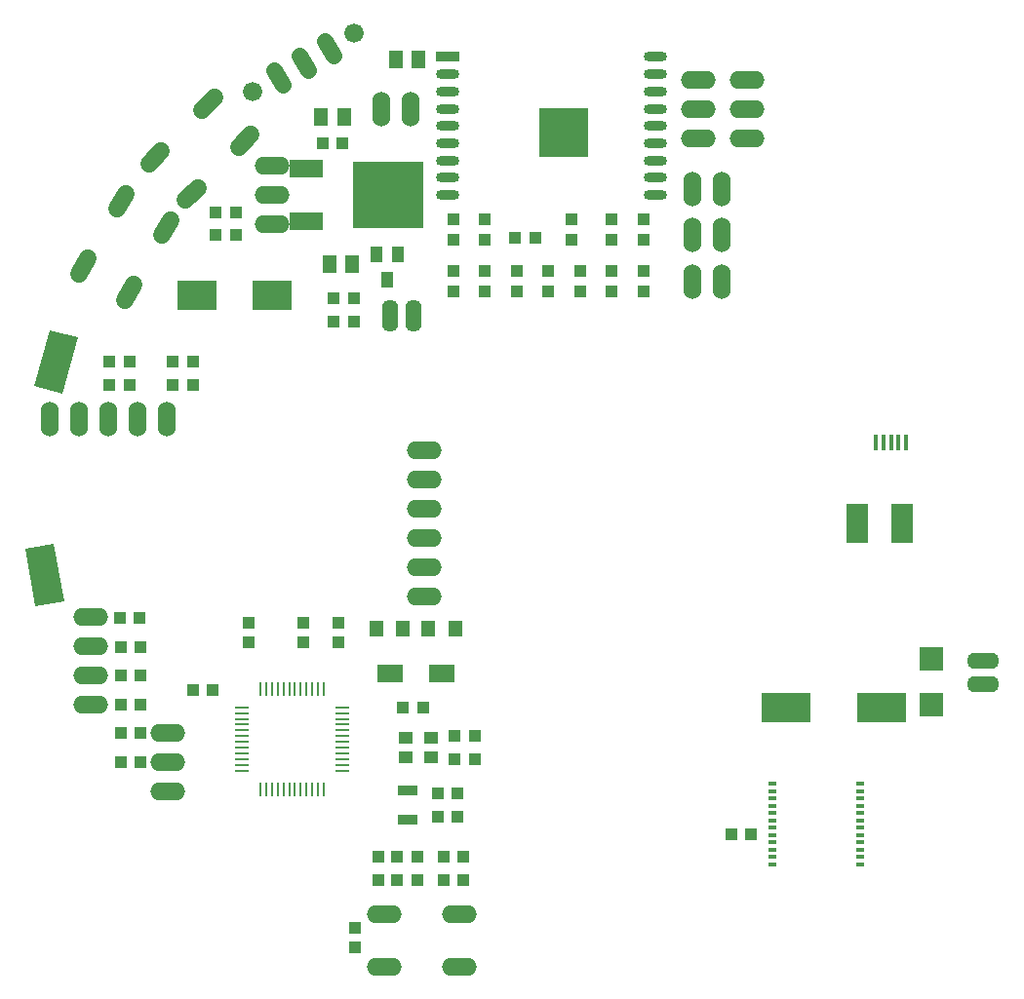
<source format=gtp>
G04 #@! TF.FileFunction,Paste,Top*
%FSLAX46Y46*%
G04 Gerber Fmt 4.6, Leading zero omitted, Abs format (unit mm)*
G04 Created by KiCad (PCBNEW 4.0.1-stable) date 2017/06/17 11:06:07*
%MOMM*%
G01*
G04 APERTURE LIST*
%ADD10C,0.100000*%
%ADD11R,1.298400X1.098400*%
%ADD12R,1.998980X1.998980*%
%ADD13R,1.049020X1.079500*%
%ADD14R,1.079500X1.049020*%
%ADD15R,2.999740X1.597660*%
%ADD16R,6.197600X5.798820*%
%ADD17R,1.297940X1.399540*%
%ADD18R,2.298700X1.498600*%
%ADD19C,1.422400*%
%ADD20C,1.676400*%
%ADD21O,1.524000X3.048000*%
%ADD22R,1.300000X0.250000*%
%ADD23R,0.250000X1.300000*%
%ADD24O,2.000000X0.900000*%
%ADD25R,2.000000X0.900000*%
%ADD26R,4.300000X4.300000*%
%ADD27R,1.747600X0.947600*%
%ADD28R,3.497580X2.499360*%
%ADD29R,4.297680X2.499360*%
%ADD30R,0.762000X0.406400*%
%ADD31O,3.048000X1.524000*%
%ADD32C,1.524000*%
%ADD33R,1.000000X1.400000*%
%ADD34R,1.297940X1.597660*%
%ADD35R,1.899920X3.398520*%
%ADD36R,0.998220X0.998220*%
%ADD37R,0.400000X1.350000*%
%ADD38O,2.800000X1.400000*%
%ADD39O,1.400000X2.800000*%
G04 APERTURE END LIST*
D10*
D11*
X114900000Y-125350000D03*
X117100000Y-125350000D03*
X117100000Y-123650000D03*
X114900000Y-123650000D03*
D10*
G36*
X82690361Y-112221945D02*
X81808228Y-107219121D01*
X84309639Y-106778055D01*
X85191772Y-111780879D01*
X82690361Y-112221945D01*
X82690361Y-112221945D01*
G37*
D12*
X160500000Y-120748980D03*
X160500000Y-116751020D03*
D13*
X117626240Y-130500000D03*
X119373760Y-130500000D03*
X117626240Y-128500000D03*
X119373760Y-128500000D03*
D14*
X110500000Y-140126240D03*
X110500000Y-141873760D03*
D13*
X107626240Y-72000000D03*
X109373760Y-72000000D03*
X126123760Y-80250000D03*
X124376240Y-80250000D03*
D15*
X106201940Y-74221620D03*
X106201940Y-78778380D03*
D16*
X113379980Y-76500000D03*
D13*
X94626240Y-91000000D03*
X96373760Y-91000000D03*
X118126240Y-134000000D03*
X119873760Y-134000000D03*
D17*
X119148080Y-114200220D03*
D18*
X118000000Y-118048320D03*
D17*
X116851920Y-114200220D03*
D14*
X129250000Y-78626240D03*
X129250000Y-80373760D03*
X119000000Y-80373760D03*
X119000000Y-78626240D03*
X121750000Y-80373760D03*
X121750000Y-78626240D03*
X132750000Y-80373760D03*
X132750000Y-78626240D03*
D13*
X96373760Y-93000000D03*
X94626240Y-93000000D03*
X119873760Y-136000000D03*
X118126240Y-136000000D03*
X108626240Y-85500000D03*
X110373760Y-85500000D03*
X110373760Y-87500000D03*
X108626240Y-87500000D03*
D14*
X119000000Y-83126240D03*
X119000000Y-84873760D03*
D19*
X104155895Y-66885917D02*
X103444695Y-65654083D01*
X106355600Y-65615917D02*
X105644400Y-64384083D01*
X108555305Y-64345917D02*
X107844105Y-63114083D01*
D20*
X101600591Y-67540000D03*
X110399409Y-62460000D03*
D21*
X94080000Y-96000000D03*
X91540000Y-96000000D03*
X89000000Y-96000000D03*
X86460000Y-96000000D03*
X83920000Y-96000000D03*
D14*
X121750000Y-83126240D03*
X121750000Y-84873760D03*
D13*
X114626240Y-121000000D03*
X116373760Y-121000000D03*
D14*
X101250000Y-115373760D03*
X101250000Y-113626240D03*
X106000000Y-115373760D03*
X106000000Y-113626240D03*
D13*
X98123760Y-119500000D03*
X96376240Y-119500000D03*
X114126240Y-136000000D03*
X115873760Y-136000000D03*
X114126240Y-134000000D03*
X115873760Y-134000000D03*
X144873760Y-132000000D03*
X143126240Y-132000000D03*
D21*
X139730000Y-76000000D03*
X142270000Y-76000000D03*
X142270000Y-80000000D03*
X139730000Y-80000000D03*
X142270000Y-84000000D03*
X139730000Y-84000000D03*
D14*
X124500000Y-83126240D03*
X124500000Y-84873760D03*
X127250000Y-83126240D03*
X127250000Y-84873760D03*
X130000000Y-83126240D03*
X130000000Y-84873760D03*
X132750000Y-83126240D03*
X132750000Y-84873760D03*
D22*
X109350000Y-126500000D03*
X109350000Y-126000000D03*
X109350000Y-125500000D03*
X109350000Y-125000000D03*
X109350000Y-124500000D03*
X109350000Y-124000000D03*
X109350000Y-123500000D03*
X109350000Y-123000000D03*
X109350000Y-122500000D03*
X109350000Y-122000000D03*
X109350000Y-121500000D03*
X109350000Y-121000000D03*
D23*
X107750000Y-119400000D03*
X107250000Y-119400000D03*
X106750000Y-119400000D03*
X106250000Y-119400000D03*
X105750000Y-119400000D03*
X105250000Y-119400000D03*
X104750000Y-119400000D03*
X104250000Y-119400000D03*
X103750000Y-119400000D03*
X103250000Y-119400000D03*
X102750000Y-119400000D03*
X102250000Y-119400000D03*
D22*
X100650000Y-121000000D03*
X100650000Y-121500000D03*
X100650000Y-122000000D03*
X100650000Y-122500000D03*
X100650000Y-123000000D03*
X100650000Y-123500000D03*
X100650000Y-124000000D03*
X100650000Y-124500000D03*
X100650000Y-125000000D03*
X100650000Y-125500000D03*
X100650000Y-126000000D03*
X100650000Y-126500000D03*
D23*
X102250000Y-128100000D03*
X102750000Y-128100000D03*
X103250000Y-128100000D03*
X103750000Y-128100000D03*
X104250000Y-128100000D03*
X104750000Y-128100000D03*
X105250000Y-128100000D03*
X105750000Y-128100000D03*
X106250000Y-128100000D03*
X106750000Y-128100000D03*
X107250000Y-128100000D03*
X107750000Y-128100000D03*
D24*
X136500000Y-76500000D03*
X118500000Y-76500000D03*
D25*
X118500000Y-64500000D03*
D24*
X118500000Y-66000000D03*
X118500000Y-67500000D03*
X118500000Y-69000000D03*
X118500000Y-70500000D03*
X118500000Y-72000000D03*
X118500000Y-73500000D03*
X118500000Y-75000000D03*
X136500000Y-75000000D03*
X136500000Y-73500000D03*
X136500000Y-72000000D03*
X136500000Y-70500000D03*
X136500000Y-69000000D03*
X136500000Y-67500000D03*
X136500000Y-66000000D03*
X136500000Y-64500000D03*
D26*
X128620000Y-71080000D03*
D27*
X115000000Y-130750000D03*
X115000000Y-128250000D03*
D13*
X98376240Y-80000000D03*
X100123760Y-80000000D03*
X89126240Y-93000000D03*
X90873760Y-93000000D03*
D28*
X96751340Y-85250000D03*
X103248660Y-85250000D03*
D29*
X156147820Y-121000000D03*
X147852180Y-121000000D03*
D30*
X154310000Y-134649980D03*
X154310000Y-134014980D03*
X154310000Y-133379980D03*
X154310000Y-132744980D03*
X154310000Y-132109980D03*
X154310000Y-131474980D03*
X154310000Y-130842520D03*
X154310000Y-130207520D03*
X154310000Y-129572520D03*
X154310000Y-128937520D03*
X154310000Y-128302520D03*
X154310000Y-127667520D03*
X146690000Y-127667520D03*
X146690000Y-128302520D03*
X146690000Y-128937520D03*
X146690000Y-129572520D03*
X146690000Y-130207520D03*
X146690000Y-130842520D03*
X146690000Y-131474980D03*
X146690000Y-132109980D03*
X146690000Y-132744980D03*
X146690000Y-133379980D03*
X146690000Y-134014980D03*
X146690000Y-134649980D03*
D31*
X103250000Y-73960000D03*
X103250000Y-76500000D03*
X103250000Y-79040000D03*
D21*
X112730000Y-69000000D03*
X115270000Y-69000000D03*
D31*
X94200000Y-123260000D03*
X94200000Y-125800000D03*
X94200000Y-128340000D03*
X87500000Y-113190000D03*
X87500000Y-115730000D03*
X87500000Y-118270000D03*
X87500000Y-120810000D03*
X116500000Y-98650000D03*
X116500000Y-101190000D03*
X116500000Y-103730000D03*
X116500000Y-106270000D03*
X116500000Y-108810000D03*
X116500000Y-111350000D03*
D13*
X91773760Y-113200000D03*
X90026240Y-113200000D03*
D17*
X114648080Y-114200220D03*
D18*
X113500000Y-118048320D03*
D17*
X112351920Y-114200220D03*
D32*
X92563754Y-73739275D02*
X93641384Y-72661645D01*
X97161645Y-69141384D02*
X98239275Y-68063754D01*
X95760725Y-76936246D02*
X96838355Y-75858616D01*
X100358616Y-72338355D02*
X101436246Y-71260725D01*
X86535663Y-83345233D02*
X87297663Y-82025411D01*
X89786863Y-77713989D02*
X90548863Y-76394167D01*
X90451137Y-85605833D02*
X91213137Y-84286011D01*
X93702337Y-79974589D02*
X94464337Y-78654767D01*
D31*
X119501200Y-143510600D03*
X112998800Y-143510600D03*
X119501200Y-138989400D03*
X112998800Y-138989400D03*
D33*
X113250000Y-83850000D03*
X112300000Y-81650000D03*
X114200000Y-81650000D03*
D14*
X109000000Y-115373760D03*
X109000000Y-113626240D03*
D34*
X107501780Y-69750000D03*
X109498220Y-69750000D03*
X108251780Y-82500000D03*
X110248220Y-82500000D03*
X115998220Y-64750000D03*
X114001780Y-64750000D03*
D14*
X135500000Y-80373760D03*
X135500000Y-78626240D03*
X135500000Y-84873760D03*
X135500000Y-83126240D03*
D10*
G36*
X82615874Y-93124751D02*
X83930675Y-88217848D01*
X86384126Y-88875249D01*
X85069325Y-93782152D01*
X82615874Y-93124751D01*
X82615874Y-93124751D01*
G37*
D31*
X140250000Y-66460000D03*
X140250000Y-69000000D03*
X140250000Y-71540000D03*
X144500000Y-66460000D03*
X144500000Y-69000000D03*
X144500000Y-71540000D03*
D13*
X119126240Y-125500000D03*
X120873760Y-125500000D03*
X119126240Y-123500000D03*
X120873760Y-123500000D03*
X90126240Y-115750000D03*
X91873760Y-115750000D03*
X90126240Y-123200000D03*
X91873760Y-123200000D03*
X90126240Y-125750000D03*
X91873760Y-125750000D03*
D35*
X157948180Y-105000000D03*
X154051820Y-105000000D03*
D36*
X112500000Y-134000000D03*
X112500000Y-136000000D03*
D37*
X158300000Y-98000000D03*
X157650000Y-98000000D03*
X157000000Y-98000000D03*
X156350000Y-98000000D03*
X155700000Y-98000000D03*
D13*
X98376240Y-78000000D03*
X100123760Y-78000000D03*
X89126240Y-91000000D03*
X90873760Y-91000000D03*
X91873760Y-118250000D03*
X90126240Y-118250000D03*
X91873760Y-120750000D03*
X90126240Y-120750000D03*
D38*
X165000000Y-119000000D03*
X165000000Y-117000000D03*
D39*
X115500000Y-87000000D03*
X113500000Y-87000000D03*
M02*

</source>
